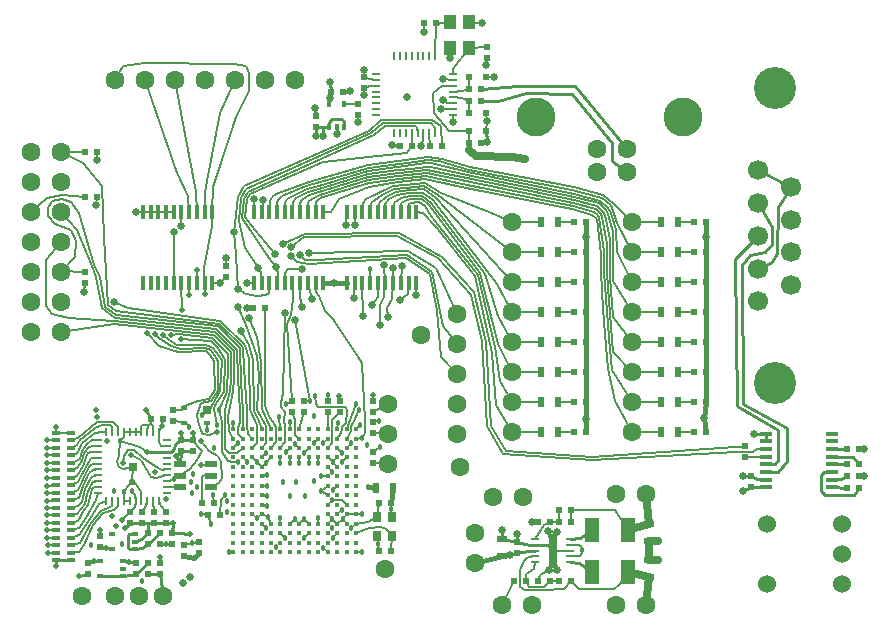
<source format=gtl>
G04 (created by PCBNEW-RS274X (2010-03-14)-final) date Mon 05 Jul 2010 03:41:04 PM EDT*
G01*
G70*
G90*
%MOIN*%
G04 Gerber Fmt 3.4, Leading zero omitted, Abs format*
%FSLAX34Y34*%
G04 APERTURE LIST*
%ADD10C,0.001000*%
%ADD11R,0.023600X0.019700*%
%ADD12R,0.019700X0.023600*%
%ADD13R,0.035400X0.023600*%
%ADD14R,0.023600X0.035400*%
%ADD15R,0.049200X0.082700*%
%ADD16C,0.063000*%
%ADD17R,0.031500X0.035400*%
%ADD18C,0.140000*%
%ADD19C,0.066900*%
%ADD20C,0.129900*%
%ADD21C,0.060000*%
%ADD22C,0.016000*%
%ADD23R,0.043300X0.047200*%
%ADD24R,0.030000X0.014500*%
%ADD25R,0.031500X0.010200*%
%ADD26R,0.029500X0.118100*%
%ADD27R,0.009800X0.025600*%
%ADD28R,0.025600X0.009800*%
%ADD29R,0.031500X0.031500*%
%ADD30R,0.023600X0.016500*%
%ADD31R,0.027600X0.031500*%
%ADD32R,0.023600X0.015700*%
%ADD33R,0.015700X0.023600*%
%ADD34R,0.019700X0.019700*%
%ADD35R,0.042000X0.023600*%
%ADD36R,0.027600X0.009800*%
%ADD37R,0.009800X0.027600*%
%ADD38R,0.039400X0.013800*%
%ADD39R,0.013800X0.051200*%
%ADD40C,0.019000*%
%ADD41C,0.025000*%
%ADD42C,0.018000*%
%ADD43C,0.005000*%
%ADD44C,0.010000*%
%ADD45C,0.015000*%
%ADD46C,0.025000*%
G04 APERTURE END LIST*
G54D10*
G54D11*
X24500Y-32497D03*
X24500Y-32103D03*
X26100Y-32103D03*
X26100Y-32497D03*
X26500Y-32497D03*
X26500Y-32103D03*
X26900Y-32103D03*
X26900Y-32497D03*
X27300Y-31103D03*
X27300Y-31497D03*
X26900Y-31497D03*
X26900Y-31103D03*
X26500Y-31103D03*
X26500Y-31497D03*
X24900Y-31203D03*
X24900Y-31597D03*
X27600Y-28397D03*
X27600Y-28003D03*
X25900Y-30797D03*
X25900Y-30403D03*
G54D12*
X26603Y-27300D03*
X26997Y-27300D03*
G54D11*
X26700Y-30403D03*
X26700Y-30797D03*
X27100Y-30403D03*
X27100Y-30797D03*
X26300Y-30403D03*
X26300Y-30797D03*
G54D12*
X28303Y-30100D03*
X28697Y-30100D03*
G54D11*
X28000Y-28003D03*
X28000Y-28397D03*
G54D12*
X34203Y-31700D03*
X34597Y-31700D03*
X34597Y-30100D03*
X34203Y-30100D03*
G54D11*
X27350Y-27003D03*
X27350Y-27397D03*
G54D12*
X24797Y-19900D03*
X24403Y-19900D03*
X24403Y-18400D03*
X24797Y-18400D03*
G54D11*
X24400Y-22403D03*
X24400Y-22797D03*
G54D12*
X40203Y-32700D03*
X40597Y-32700D03*
X39503Y-32700D03*
X39897Y-32700D03*
X40597Y-30750D03*
X40203Y-30750D03*
X39897Y-30750D03*
X39503Y-30750D03*
X40203Y-30350D03*
X40597Y-30350D03*
G54D11*
X38800Y-31797D03*
X38800Y-31403D03*
X27700Y-31897D03*
X27700Y-31503D03*
X28200Y-31797D03*
X28200Y-31403D03*
X33700Y-16297D03*
X33700Y-15903D03*
G54D12*
X37203Y-16700D03*
X37597Y-16700D03*
X37203Y-16300D03*
X37597Y-16300D03*
X37203Y-18100D03*
X37597Y-18100D03*
X35903Y-18200D03*
X36297Y-18200D03*
X35297Y-18200D03*
X34903Y-18200D03*
G54D11*
X37800Y-15297D03*
X37800Y-14903D03*
G54D12*
X35703Y-14100D03*
X36097Y-14100D03*
X41097Y-20750D03*
X40703Y-20750D03*
X41097Y-21750D03*
X40703Y-21750D03*
X41097Y-22750D03*
X40703Y-22750D03*
X41097Y-23750D03*
X40703Y-23750D03*
X50197Y-29200D03*
X49803Y-29200D03*
X49803Y-28300D03*
X50197Y-28300D03*
G54D11*
X46600Y-29597D03*
X46600Y-29203D03*
G54D12*
X50197Y-29600D03*
X49803Y-29600D03*
X50197Y-28800D03*
X49803Y-28800D03*
X38703Y-32700D03*
X39097Y-32700D03*
X41097Y-24750D03*
X40703Y-24750D03*
X41097Y-25750D03*
X40703Y-25750D03*
X41097Y-26750D03*
X40703Y-26750D03*
X41097Y-27750D03*
X40703Y-27750D03*
G54D11*
X33500Y-16803D03*
X33500Y-17197D03*
G54D12*
X32603Y-16400D03*
X32997Y-16400D03*
G54D11*
X32900Y-26703D03*
X32900Y-27097D03*
X31300Y-26703D03*
X31300Y-27097D03*
X31700Y-26703D03*
X31700Y-27097D03*
X32500Y-26703D03*
X32500Y-27097D03*
X29100Y-22203D03*
X29100Y-22597D03*
G54D12*
X45097Y-27750D03*
X44703Y-27750D03*
X45097Y-26750D03*
X44703Y-26750D03*
X45097Y-25750D03*
X44703Y-25750D03*
X45097Y-24750D03*
X44703Y-24750D03*
X45097Y-23750D03*
X44703Y-23750D03*
X45097Y-22750D03*
X44703Y-22750D03*
X45097Y-21750D03*
X44703Y-21750D03*
X45097Y-20750D03*
X44703Y-20750D03*
G54D11*
X34000Y-27097D03*
X34000Y-26703D03*
X34000Y-27797D03*
X34000Y-27403D03*
X34000Y-28797D03*
X34000Y-28403D03*
G54D13*
X43200Y-31395D03*
X43200Y-30805D03*
X43200Y-32005D03*
X43200Y-32595D03*
X38300Y-31305D03*
X38300Y-31895D03*
G54D14*
X34105Y-29600D03*
X34695Y-29600D03*
X39605Y-20750D03*
X40195Y-20750D03*
X39605Y-21750D03*
X40195Y-21750D03*
X39605Y-22750D03*
X40195Y-22750D03*
X39605Y-23750D03*
X40195Y-23750D03*
X39605Y-24750D03*
X40195Y-24750D03*
X39605Y-25750D03*
X40195Y-25750D03*
X39605Y-26750D03*
X40195Y-26750D03*
X39605Y-27750D03*
X40195Y-27750D03*
X43605Y-27750D03*
X44195Y-27750D03*
X43605Y-26750D03*
X44195Y-26750D03*
X43605Y-25750D03*
X44195Y-25750D03*
X43605Y-24750D03*
X44195Y-24750D03*
X43605Y-23750D03*
X44195Y-23750D03*
X43605Y-22750D03*
X44195Y-22750D03*
X43605Y-21750D03*
X44195Y-21750D03*
X43605Y-20750D03*
X44195Y-20750D03*
G54D15*
X41300Y-31000D03*
X42500Y-31000D03*
X41300Y-32400D03*
X42500Y-32400D03*
G54D16*
X37400Y-31100D03*
X37400Y-32100D03*
X42100Y-29800D03*
X43100Y-29800D03*
X42100Y-33500D03*
X43100Y-33500D03*
X39000Y-29900D03*
X38000Y-29900D03*
X39300Y-33500D03*
X38300Y-33500D03*
X22600Y-18400D03*
X23600Y-18400D03*
X22600Y-19400D03*
X23600Y-19400D03*
X22600Y-20400D03*
X23600Y-20400D03*
X22600Y-21400D03*
X23600Y-21400D03*
X22600Y-22400D03*
X23600Y-22400D03*
X22600Y-23400D03*
X23600Y-23400D03*
X22600Y-24400D03*
X23600Y-24400D03*
G54D17*
X34646Y-31225D03*
X34646Y-30575D03*
X34154Y-30575D03*
X34154Y-31225D03*
G54D18*
X47400Y-26120D03*
G54D19*
X46841Y-23394D03*
X46841Y-22303D03*
X46841Y-21213D03*
X46841Y-20122D03*
X46841Y-19031D03*
X47959Y-22848D03*
X47959Y-21758D03*
X47959Y-20667D03*
X47959Y-19577D03*
G54D18*
X47400Y-16281D03*
G54D20*
X44341Y-17240D03*
X39459Y-17240D03*
G54D16*
X42463Y-18307D03*
X42463Y-19094D03*
X41479Y-19094D03*
X41479Y-18307D03*
G54D21*
X49650Y-32800D03*
X49650Y-31800D03*
X49650Y-30800D03*
X47150Y-30800D03*
X47150Y-32800D03*
G54D22*
X33447Y-27653D03*
X33447Y-27968D03*
X33447Y-28283D03*
X33447Y-28598D03*
X33447Y-28913D03*
X33447Y-29228D03*
X33447Y-29543D03*
X33447Y-29858D03*
X33447Y-30173D03*
X33447Y-30488D03*
X33447Y-30803D03*
X33447Y-31118D03*
X33447Y-31433D03*
X33447Y-31747D03*
X33132Y-27653D03*
X33132Y-27968D03*
X33132Y-28283D03*
X33132Y-28598D03*
X33132Y-28913D03*
X33132Y-29228D03*
X33132Y-29543D03*
X33132Y-29858D03*
X33132Y-30173D03*
X33132Y-30488D03*
X33132Y-30803D03*
X33132Y-31118D03*
X33132Y-31433D03*
X33132Y-31747D03*
X32817Y-27653D03*
X32817Y-27968D03*
X32817Y-28283D03*
X32817Y-28598D03*
X32817Y-28913D03*
X32817Y-29228D03*
X32817Y-29543D03*
X32817Y-29858D03*
X32817Y-30173D03*
X32817Y-30488D03*
X32817Y-30803D03*
X32817Y-31118D03*
X32817Y-31433D03*
X32817Y-31747D03*
X32502Y-27653D03*
X32502Y-27968D03*
X32502Y-28283D03*
X32502Y-28598D03*
X32502Y-28913D03*
X32502Y-29228D03*
X32502Y-29543D03*
X32502Y-29858D03*
X32502Y-30173D03*
X32502Y-30488D03*
X32502Y-30803D03*
X32502Y-31118D03*
X32502Y-31433D03*
X32502Y-31747D03*
X32187Y-27653D03*
X32187Y-27968D03*
X32187Y-28283D03*
X32187Y-28598D03*
X32187Y-30803D03*
X32187Y-31118D03*
X32187Y-31433D03*
X32187Y-31747D03*
X31872Y-27653D03*
X31872Y-27968D03*
X31872Y-28283D03*
X31872Y-28598D03*
X31872Y-30803D03*
X31872Y-31118D03*
X31872Y-31433D03*
X31872Y-31747D03*
X31557Y-27653D03*
X31557Y-27968D03*
X31557Y-28283D03*
X31557Y-28598D03*
X31557Y-30803D03*
X31557Y-31118D03*
X31557Y-31433D03*
X31557Y-31747D03*
X31242Y-27653D03*
X31242Y-27968D03*
X31242Y-28283D03*
X31242Y-28598D03*
X31242Y-30803D03*
X31242Y-31118D03*
X31242Y-31433D03*
X31242Y-31747D03*
X30927Y-27653D03*
X30927Y-27968D03*
X30927Y-28283D03*
X30927Y-28598D03*
X30927Y-30803D03*
X30927Y-31118D03*
X30927Y-31433D03*
X30927Y-31747D03*
X30612Y-27653D03*
X30612Y-27968D03*
X30612Y-28283D03*
X30612Y-28598D03*
X30612Y-30803D03*
X30612Y-31118D03*
X30612Y-31433D03*
X30612Y-31747D03*
X30297Y-27653D03*
X30297Y-27968D03*
X30297Y-28283D03*
X30297Y-28598D03*
X30297Y-28913D03*
X30297Y-29228D03*
X30297Y-29543D03*
X30297Y-29858D03*
X30297Y-30173D03*
X30297Y-30488D03*
X30297Y-30803D03*
X30297Y-31118D03*
X30297Y-31433D03*
X30297Y-31747D03*
X29982Y-27653D03*
X29982Y-27968D03*
X29982Y-28283D03*
X29982Y-28598D03*
X29982Y-28913D03*
X29982Y-29228D03*
X29982Y-29543D03*
X29982Y-29858D03*
X29982Y-30173D03*
X29982Y-30488D03*
X29982Y-30803D03*
X29982Y-31118D03*
X29982Y-31433D03*
X29982Y-31747D03*
X29667Y-27653D03*
X29667Y-27968D03*
X29667Y-28283D03*
X29667Y-28598D03*
X29667Y-28913D03*
X29667Y-29228D03*
X29667Y-29543D03*
X29667Y-29858D03*
X29667Y-30173D03*
X29667Y-30488D03*
X29667Y-30803D03*
X29667Y-31118D03*
X29667Y-31433D03*
X29667Y-31747D03*
X29353Y-27653D03*
X29353Y-27968D03*
X29353Y-28283D03*
X29353Y-28598D03*
X29353Y-28913D03*
X29353Y-29228D03*
X29353Y-29543D03*
X29353Y-29858D03*
X29353Y-30173D03*
X29353Y-30488D03*
X29353Y-30803D03*
X29353Y-31118D03*
X29353Y-31433D03*
X29353Y-31747D03*
G54D23*
X37215Y-14933D03*
X37215Y-14067D03*
X36585Y-14067D03*
X36585Y-14933D03*
G54D24*
X23450Y-27775D03*
X23450Y-28025D03*
X23450Y-28275D03*
X23450Y-28525D03*
X23450Y-28775D03*
X23450Y-29025D03*
X23450Y-29275D03*
X23450Y-29525D03*
X23450Y-29775D03*
X23450Y-30025D03*
X23450Y-30275D03*
X23450Y-30525D03*
X23450Y-30775D03*
X23450Y-31025D03*
X23450Y-31275D03*
X23450Y-31525D03*
X23450Y-31775D03*
X23450Y-32025D03*
X23950Y-27775D03*
X23950Y-28025D03*
X23950Y-28275D03*
X23950Y-28525D03*
X23950Y-28775D03*
X23950Y-29025D03*
X23950Y-29275D03*
X23950Y-29525D03*
X23950Y-29775D03*
X23950Y-30025D03*
X23950Y-30275D03*
X23950Y-30525D03*
X23950Y-30775D03*
X23950Y-31025D03*
X23950Y-31275D03*
X23950Y-31525D03*
X23950Y-31775D03*
X23950Y-32025D03*
G54D25*
X39409Y-31306D03*
X39409Y-31503D03*
X39409Y-31700D03*
X39409Y-31897D03*
X39409Y-32094D03*
X40591Y-32094D03*
X40591Y-31897D03*
X40591Y-31700D03*
X40591Y-31503D03*
X40591Y-31306D03*
G54D26*
X40000Y-31700D03*
G54D27*
X25114Y-30052D03*
X25311Y-30052D03*
X25508Y-30052D03*
X25705Y-30052D03*
X25902Y-30052D03*
X26098Y-30052D03*
X26295Y-30052D03*
X26492Y-30052D03*
X26689Y-30052D03*
X26886Y-30052D03*
X26886Y-27748D03*
X26689Y-27748D03*
X26492Y-27748D03*
X26295Y-27748D03*
X26098Y-27748D03*
X25902Y-27748D03*
X25705Y-27748D03*
X25508Y-27748D03*
X25311Y-27748D03*
X25114Y-27748D03*
G54D28*
X27152Y-29786D03*
X27152Y-29589D03*
X27152Y-29392D03*
X27152Y-29195D03*
X27152Y-28998D03*
X27152Y-28802D03*
X27152Y-28605D03*
X27152Y-28408D03*
X27152Y-28211D03*
X27152Y-28014D03*
X24848Y-28014D03*
X24848Y-28211D03*
X24848Y-28408D03*
X24848Y-28605D03*
X24848Y-28802D03*
X24848Y-28998D03*
X24848Y-29195D03*
X24848Y-29392D03*
X24848Y-29589D03*
X24848Y-29786D03*
G54D29*
X26000Y-28900D03*
G54D30*
X28484Y-27464D03*
G54D31*
X28484Y-27011D03*
G54D30*
X27696Y-26952D03*
X27696Y-27464D03*
G54D32*
X25674Y-32556D03*
X25674Y-32300D03*
X25674Y-32044D03*
X24926Y-32044D03*
X24926Y-32556D03*
X26074Y-31656D03*
X26074Y-31400D03*
X26074Y-31144D03*
X25326Y-31144D03*
X25326Y-31656D03*
G54D33*
X32544Y-17574D03*
X32800Y-17574D03*
X33056Y-17574D03*
X33056Y-16826D03*
X32544Y-16826D03*
G54D34*
X37785Y-17700D03*
X37215Y-17700D03*
X37785Y-17100D03*
X37215Y-17100D03*
X37785Y-15900D03*
X37215Y-15900D03*
G54D35*
X27588Y-28826D03*
X27588Y-29200D03*
X27588Y-29574D03*
X28612Y-29574D03*
X28612Y-29200D03*
X28612Y-28826D03*
G54D16*
X38650Y-22750D03*
X38650Y-21750D03*
X38650Y-20750D03*
X38650Y-23750D03*
X38650Y-24750D03*
X38650Y-25750D03*
X38650Y-26750D03*
X38650Y-27750D03*
X42650Y-20750D03*
X42650Y-21750D03*
X42650Y-22750D03*
X42650Y-23750D03*
X42650Y-24750D03*
X42650Y-25750D03*
X42650Y-26750D03*
X42650Y-27750D03*
X26200Y-33200D03*
X36800Y-26800D03*
X36800Y-27800D03*
X25400Y-33200D03*
X24300Y-33200D03*
X35600Y-24500D03*
X34500Y-26800D03*
X34500Y-27800D03*
X34500Y-28800D03*
X36800Y-25800D03*
X36800Y-24800D03*
X36800Y-23800D03*
G54D36*
X34120Y-16402D03*
X34120Y-16598D03*
X34120Y-16795D03*
X34120Y-16992D03*
X34120Y-17189D03*
X36680Y-17189D03*
X36679Y-16992D03*
X36679Y-16795D03*
X36679Y-16598D03*
X36679Y-16402D03*
X36679Y-16205D03*
X36679Y-16008D03*
X36679Y-15811D03*
G54D37*
X34711Y-17780D03*
X34908Y-17780D03*
X35105Y-17780D03*
X35302Y-17780D03*
X35498Y-17780D03*
X35695Y-17780D03*
X35892Y-17780D03*
X36089Y-17780D03*
X36089Y-15220D03*
X35892Y-15220D03*
X35695Y-15220D03*
X35498Y-15220D03*
X35302Y-15220D03*
X35105Y-15220D03*
X34908Y-15220D03*
X34711Y-15220D03*
G54D36*
X34120Y-15811D03*
X34120Y-16008D03*
X34120Y-16205D03*
G54D38*
X49302Y-28828D03*
X49302Y-28572D03*
X49302Y-28316D03*
X49302Y-28060D03*
X49302Y-27804D03*
X47098Y-27804D03*
X47098Y-28060D03*
X47098Y-28316D03*
X47098Y-28572D03*
X47098Y-28828D03*
X47098Y-29084D03*
X47098Y-29340D03*
X47098Y-29596D03*
X49302Y-29084D03*
X49302Y-29340D03*
X49302Y-29596D03*
G54D39*
X28652Y-20431D03*
X28396Y-20431D03*
X28140Y-20431D03*
X27884Y-20431D03*
X27628Y-20431D03*
X27372Y-20431D03*
X27116Y-20431D03*
X26860Y-20431D03*
X26604Y-20431D03*
X26348Y-20431D03*
X26348Y-22769D03*
X26604Y-22769D03*
X26860Y-22769D03*
X27116Y-22769D03*
X27372Y-22769D03*
X27628Y-22769D03*
X27884Y-22769D03*
X28140Y-22769D03*
X28396Y-22769D03*
X28652Y-22769D03*
X33148Y-22769D03*
X33404Y-22769D03*
X33660Y-22769D03*
X33916Y-22769D03*
X34172Y-22769D03*
X34428Y-22769D03*
X34684Y-22769D03*
X34940Y-22769D03*
X35196Y-22769D03*
X35452Y-22769D03*
X35452Y-20431D03*
X35196Y-20431D03*
X34940Y-20431D03*
X34684Y-20431D03*
X34428Y-20431D03*
X34172Y-20431D03*
X33916Y-20431D03*
X33660Y-20431D03*
X33404Y-20431D03*
X33148Y-20431D03*
X30048Y-22769D03*
X30304Y-22769D03*
X30560Y-22769D03*
X30816Y-22769D03*
X31072Y-22769D03*
X31328Y-22769D03*
X31584Y-22769D03*
X31840Y-22769D03*
X32096Y-22769D03*
X32352Y-22769D03*
X32352Y-20431D03*
X32096Y-20431D03*
X31840Y-20431D03*
X31584Y-20431D03*
X31328Y-20431D03*
X31072Y-20431D03*
X30816Y-20431D03*
X30560Y-20431D03*
X30304Y-20431D03*
X30048Y-20431D03*
G54D16*
X27000Y-33200D03*
X36900Y-28900D03*
X34400Y-32300D03*
G54D11*
X46400Y-28597D03*
X46400Y-28203D03*
G54D12*
X30003Y-23600D03*
X30397Y-23600D03*
G54D16*
X31400Y-16000D03*
X30400Y-16000D03*
X29400Y-16000D03*
X28400Y-16000D03*
X27400Y-16000D03*
X26400Y-16000D03*
X25400Y-16000D03*
G54D11*
X32100Y-17597D03*
X32100Y-17203D03*
G54D12*
X28897Y-30500D03*
X28503Y-30500D03*
G54D40*
X26996Y-24500D03*
G54D41*
X30753Y-21818D03*
X34384Y-22193D03*
X31264Y-21887D03*
X29893Y-23958D03*
G54D42*
X28708Y-28272D03*
X31406Y-28135D03*
X28695Y-29852D03*
X31723Y-28436D03*
G54D41*
X31982Y-23322D03*
G54D42*
X31232Y-27399D03*
X34258Y-28232D03*
X29511Y-28753D03*
X28882Y-27013D03*
X32038Y-28116D03*
G54D40*
X27281Y-24529D03*
G54D41*
X29509Y-22980D03*
X27619Y-20867D03*
X29385Y-21086D03*
G54D40*
X25436Y-30893D03*
X32894Y-26535D03*
X28803Y-27761D03*
X26744Y-24471D03*
X27881Y-23193D03*
G54D41*
X30184Y-22283D03*
G54D42*
X27930Y-29407D03*
X32346Y-28121D03*
G54D41*
X33395Y-23296D03*
G54D42*
X28151Y-29573D03*
X32862Y-27443D03*
G54D41*
X33680Y-23894D03*
G54D42*
X32074Y-26535D03*
X33916Y-22312D03*
G54D40*
X28140Y-22334D03*
G54D42*
X29151Y-30049D03*
X32967Y-28432D03*
G54D41*
X33986Y-23506D03*
G54D42*
X33440Y-26819D03*
G54D41*
X36284Y-16994D03*
X34240Y-24172D03*
G54D42*
X33559Y-27016D03*
G54D41*
X36664Y-17414D03*
X34516Y-23908D03*
X34672Y-22293D03*
G54D42*
X33283Y-28128D03*
G54D41*
X35609Y-18212D03*
X34969Y-22208D03*
G54D40*
X25958Y-28519D03*
G54D42*
X32984Y-28742D03*
G54D41*
X34906Y-23338D03*
G54D42*
X28309Y-27192D03*
X32963Y-30347D03*
G54D41*
X31070Y-23777D03*
X31872Y-21787D03*
G54D40*
X28272Y-28842D03*
G54D42*
X31109Y-26810D03*
G54D41*
X29622Y-24379D03*
X31576Y-21839D03*
X29519Y-23592D03*
X31009Y-21487D03*
G54D42*
X32521Y-26524D03*
X25653Y-31497D03*
X28800Y-27526D03*
G54D41*
X30776Y-22247D03*
G54D40*
X27596Y-24659D03*
X27644Y-23693D03*
G54D42*
X29077Y-29833D03*
G54D41*
X25395Y-23400D03*
G54D42*
X31106Y-28415D03*
X32046Y-27215D03*
G54D40*
X34002Y-26525D03*
G54D42*
X30864Y-27253D03*
X34224Y-27380D03*
G54D40*
X23164Y-31767D03*
X23139Y-29536D03*
X23148Y-29271D03*
X23150Y-29028D03*
X23148Y-28782D03*
X23147Y-28528D03*
X23145Y-28273D03*
X23144Y-28028D03*
X23163Y-31520D03*
X23162Y-31273D03*
X23160Y-31023D03*
X23159Y-30774D03*
X23158Y-30527D03*
X23156Y-30274D03*
X23155Y-30033D03*
X23146Y-29778D03*
X28279Y-28063D03*
G54D42*
X31914Y-26702D03*
G54D41*
X31421Y-24001D03*
X31661Y-22331D03*
G54D40*
X26732Y-29094D03*
X27434Y-28535D03*
X25112Y-31630D03*
X25638Y-30669D03*
X24798Y-27255D03*
X26970Y-27536D03*
X24726Y-32043D03*
G54D42*
X25983Y-29718D03*
G54D40*
X25676Y-28792D03*
G54D42*
X33645Y-27960D03*
G54D40*
X27109Y-29981D03*
X25984Y-29393D03*
X27996Y-27791D03*
X27602Y-27775D03*
X26490Y-28412D03*
X25151Y-28035D03*
X26430Y-27005D03*
X24776Y-26999D03*
X27331Y-30795D03*
X25322Y-30548D03*
X25759Y-30940D03*
X24900Y-31001D03*
X24228Y-32543D03*
X23455Y-32226D03*
X25893Y-32074D03*
X26902Y-31906D03*
X27898Y-31138D03*
G54D42*
X29153Y-30407D03*
X28031Y-31951D03*
X30132Y-30603D03*
X30497Y-30589D03*
X31398Y-30643D03*
X31722Y-30643D03*
X32658Y-30661D03*
X33002Y-30661D03*
X33662Y-30482D03*
X32292Y-29713D03*
X32673Y-28738D03*
X31893Y-28774D03*
X31247Y-28777D03*
X30449Y-28784D03*
X30135Y-28753D03*
X30477Y-29190D03*
X30469Y-29869D03*
X33649Y-31748D03*
X28464Y-27673D03*
X33796Y-28185D03*
X29211Y-31750D03*
X30772Y-31591D03*
X31747Y-29896D03*
X31254Y-29897D03*
X31003Y-29409D03*
X31429Y-29399D03*
X32655Y-30944D03*
G54D41*
X46702Y-27821D03*
X46340Y-29209D03*
X38039Y-15901D03*
X37799Y-17387D03*
X35709Y-14405D03*
X36587Y-15278D03*
X37639Y-14125D03*
X37794Y-15502D03*
X33706Y-16504D03*
X33506Y-17408D03*
X32088Y-16950D03*
X32799Y-17812D03*
X33245Y-16394D03*
X36353Y-16676D03*
X35147Y-16586D03*
G54D42*
X34616Y-30305D03*
X34175Y-31487D03*
G54D41*
X40152Y-32338D03*
X40148Y-31065D03*
X39866Y-32338D03*
X39862Y-31061D03*
X39300Y-30748D03*
X38798Y-31139D03*
X38305Y-31021D03*
X43517Y-31396D03*
X43517Y-32005D03*
X43200Y-31694D03*
X41097Y-27300D03*
X41097Y-21243D03*
X45097Y-21236D03*
X45030Y-27269D03*
G54D40*
X23452Y-27567D03*
G54D41*
X26108Y-20429D03*
X29100Y-21958D03*
X29804Y-22793D03*
X30346Y-20000D03*
X33426Y-20849D03*
X32723Y-22769D03*
G54D42*
X34653Y-29889D03*
X28601Y-30818D03*
X28273Y-30495D03*
X27987Y-29778D03*
X25393Y-29721D03*
G54D41*
X24395Y-23098D03*
X27903Y-32565D03*
X27688Y-32797D03*
X37821Y-18097D03*
X34633Y-18197D03*
X50391Y-29199D03*
X50389Y-28299D03*
G54D42*
X25704Y-29752D03*
X25582Y-28052D03*
X27392Y-29320D03*
G54D41*
X35450Y-23197D03*
X46345Y-29719D03*
X32574Y-16611D03*
X36355Y-15998D03*
X32571Y-16080D03*
X39074Y-18642D03*
X38632Y-18582D03*
G54D42*
X27965Y-31450D03*
G54D41*
X29815Y-23599D03*
X31293Y-21586D03*
G54D42*
X32357Y-31606D03*
X40986Y-31697D03*
G54D41*
X38585Y-31844D03*
X27384Y-21075D03*
G54D40*
X26487Y-24442D03*
X28409Y-23149D03*
G54D42*
X33291Y-30955D03*
X30476Y-30200D03*
X30926Y-30616D03*
X32182Y-30609D03*
X32294Y-29227D03*
X32187Y-28780D03*
X30445Y-28448D03*
X32043Y-29393D03*
G54D40*
X27098Y-31497D03*
G54D42*
X26303Y-32717D03*
X24598Y-31518D03*
X27885Y-27566D03*
X28005Y-29155D03*
X30452Y-30954D03*
X31080Y-31272D03*
X31712Y-31274D03*
X32667Y-31269D03*
X32661Y-30018D03*
X32668Y-29695D03*
X32662Y-29071D03*
X31556Y-28783D03*
X30924Y-28773D03*
X30480Y-29533D03*
X29823Y-28758D03*
X29508Y-28125D03*
X33586Y-27517D03*
X29356Y-27455D03*
G54D41*
X33702Y-15695D03*
X28908Y-22772D03*
X28908Y-22772D03*
X30040Y-19996D03*
X33123Y-20849D03*
G54D42*
X33859Y-29595D03*
X24797Y-18698D03*
G54D41*
X24790Y-20195D03*
X24797Y-18698D03*
X31636Y-23574D03*
X32099Y-17870D03*
X32354Y-17865D03*
G54D43*
X35297Y-18173D02*
X35135Y-18438D01*
X35135Y-18438D02*
X34188Y-18538D01*
X34188Y-18538D02*
X32347Y-18756D01*
X32347Y-18756D02*
X29913Y-19825D01*
X29803Y-19992D02*
X29758Y-20577D01*
X29758Y-20577D02*
X29956Y-20836D01*
X30753Y-21818D02*
X29956Y-20836D01*
X29913Y-19825D02*
X29803Y-19992D01*
X28533Y-27041D02*
X28927Y-26397D01*
X28927Y-26397D02*
X28977Y-25362D01*
X28977Y-25362D02*
X28687Y-24935D01*
X27712Y-24858D02*
X27485Y-24843D01*
X27485Y-24843D02*
X27199Y-24693D01*
X26996Y-24500D02*
X27199Y-24693D01*
X28687Y-24935D02*
X28436Y-24834D01*
X28436Y-24834D02*
X27712Y-24858D01*
X30612Y-27653D02*
X30452Y-27284D01*
X30452Y-27284D02*
X30322Y-26986D01*
X30322Y-26986D02*
X30287Y-25429D01*
X36800Y-25800D02*
X36285Y-25245D01*
X36285Y-25245D02*
X36146Y-23714D01*
X36146Y-23714D02*
X35897Y-22493D01*
X35897Y-22493D02*
X35121Y-21956D01*
X35121Y-21956D02*
X31876Y-22134D01*
X31876Y-22134D02*
X31484Y-22092D01*
X31264Y-21887D02*
X31484Y-22092D01*
X30287Y-25429D02*
X30143Y-24585D01*
X30143Y-24585D02*
X29893Y-23958D01*
X31406Y-28135D02*
X31557Y-28283D01*
X28695Y-29852D02*
X28697Y-30100D01*
X31723Y-28436D02*
X31872Y-28283D01*
X31982Y-23322D02*
X31839Y-22769D01*
X31232Y-27399D02*
X31242Y-27653D01*
X34258Y-28232D02*
X34000Y-28403D01*
X29511Y-28753D02*
X29361Y-28758D01*
X29361Y-28758D02*
X29163Y-28718D01*
X29163Y-28718D02*
X28976Y-28419D01*
X28976Y-28419D02*
X28980Y-27420D01*
X28882Y-27013D02*
X28980Y-27420D01*
X32187Y-27968D02*
X32038Y-28116D01*
X36297Y-18200D02*
X36293Y-17552D01*
X36293Y-17552D02*
X35979Y-17348D01*
X35979Y-17348D02*
X34282Y-17361D01*
X34282Y-17361D02*
X33880Y-17723D01*
X29721Y-19559D02*
X33880Y-17723D01*
X29500Y-19902D02*
X29385Y-21086D01*
X29385Y-21086D02*
X29459Y-21856D01*
X29459Y-21856D02*
X29509Y-22980D01*
X30553Y-23110D02*
X30560Y-22769D01*
X29778Y-23139D02*
X29509Y-22980D01*
X30141Y-23217D02*
X29778Y-23139D01*
X30141Y-23217D02*
X30455Y-23198D01*
X30455Y-23198D02*
X30553Y-23110D01*
X28882Y-27013D02*
X29136Y-26410D01*
X29136Y-26410D02*
X29176Y-25591D01*
X29176Y-25591D02*
X29165Y-25150D01*
X29165Y-25150D02*
X28649Y-24610D01*
X28649Y-24610D02*
X27538Y-24485D01*
X27281Y-24529D02*
X27538Y-24485D01*
X27628Y-20431D02*
X27619Y-20867D01*
X29721Y-19559D02*
X29500Y-19902D01*
X36092Y-17621D02*
X36089Y-17780D01*
X35937Y-17461D02*
X36092Y-17621D01*
X34337Y-17462D02*
X35937Y-17461D01*
X34337Y-17462D02*
X33961Y-17797D01*
X29782Y-19649D02*
X33961Y-17797D01*
X29598Y-19935D02*
X29540Y-20718D01*
X29540Y-20718D02*
X29729Y-21616D01*
X29729Y-21616D02*
X30038Y-22043D01*
X30273Y-22430D02*
X30304Y-22769D01*
X32894Y-26535D02*
X32900Y-26703D01*
X28803Y-27761D02*
X28532Y-27844D01*
X28532Y-27844D02*
X28359Y-27831D01*
X28359Y-27831D02*
X28267Y-27722D01*
X28267Y-27722D02*
X28174Y-27393D01*
X28174Y-27393D02*
X28138Y-27188D01*
X28138Y-27188D02*
X28291Y-26792D01*
X28291Y-26792D02*
X28612Y-26726D01*
X28830Y-26369D02*
X28861Y-25397D01*
X28861Y-25397D02*
X28619Y-25019D01*
X28422Y-24953D02*
X27620Y-24974D01*
X27620Y-24974D02*
X27272Y-24892D01*
X27272Y-24892D02*
X26870Y-24621D01*
X26744Y-24471D02*
X26870Y-24621D01*
X27884Y-22769D02*
X27881Y-23193D01*
X30273Y-22430D02*
X30184Y-22283D01*
X30038Y-22043D02*
X30184Y-22283D01*
X29782Y-19649D02*
X29598Y-19935D01*
X28612Y-26726D02*
X28830Y-26369D01*
X28619Y-25019D02*
X28422Y-24953D01*
X32502Y-27968D02*
X32346Y-28121D01*
X33404Y-22769D02*
X33395Y-23296D01*
X32862Y-27443D02*
X32817Y-27653D01*
X33660Y-22769D02*
X33680Y-23894D01*
X32817Y-27968D02*
X32961Y-27795D01*
X32961Y-27795D02*
X32977Y-27642D01*
X32977Y-27642D02*
X32979Y-27587D01*
X32979Y-27587D02*
X33124Y-27439D01*
X33124Y-27439D02*
X33142Y-27060D01*
X33142Y-27060D02*
X33098Y-26927D01*
X33098Y-26927D02*
X32965Y-26910D01*
X32965Y-26910D02*
X32379Y-26907D01*
X32379Y-26907D02*
X32185Y-26910D01*
X32185Y-26910D02*
X32096Y-26801D01*
X32074Y-26535D02*
X32096Y-26801D01*
X33916Y-22769D02*
X33916Y-22312D01*
X28140Y-22769D02*
X28140Y-22334D01*
X28140Y-22334D02*
X28141Y-22333D01*
X32817Y-28283D02*
X32967Y-28432D01*
X34172Y-22769D02*
X34167Y-23241D01*
X34167Y-23241D02*
X33986Y-23506D01*
X33132Y-27653D02*
X33227Y-27458D01*
X33440Y-26819D02*
X33227Y-27458D01*
X34240Y-24172D02*
X34252Y-23504D01*
X34252Y-23504D02*
X34388Y-23238D01*
X34388Y-23238D02*
X34428Y-22769D01*
X34428Y-22769D02*
X34383Y-22177D01*
X36679Y-16992D02*
X36284Y-16994D01*
X33132Y-27968D02*
X33290Y-27709D01*
X33290Y-27709D02*
X33295Y-27549D01*
X33295Y-27549D02*
X33343Y-27449D01*
X33559Y-27016D02*
X33343Y-27449D01*
X34684Y-22769D02*
X34661Y-23318D01*
X34661Y-23318D02*
X34494Y-23611D01*
X34494Y-23611D02*
X34514Y-23907D01*
X34672Y-22293D02*
X34682Y-22805D01*
X36680Y-17189D02*
X36664Y-17414D01*
X33132Y-28283D02*
X33281Y-28126D01*
X35695Y-17780D02*
X35688Y-18031D01*
X35688Y-18031D02*
X35609Y-18212D01*
X34940Y-22769D02*
X34969Y-22208D01*
X27152Y-29195D02*
X26765Y-29274D01*
X26765Y-29274D02*
X26597Y-29242D01*
X26597Y-29242D02*
X26411Y-28903D01*
X26411Y-28903D02*
X26276Y-28684D01*
X26276Y-28684D02*
X25958Y-28519D01*
X33132Y-28598D02*
X32981Y-28739D01*
X35196Y-22769D02*
X35181Y-23147D01*
X34906Y-23338D02*
X35181Y-23147D01*
X28309Y-27192D02*
X28584Y-27011D01*
X32817Y-30488D02*
X32963Y-30347D01*
X35302Y-17780D02*
X35297Y-18200D01*
X30927Y-28283D02*
X31084Y-28093D01*
X31084Y-28093D02*
X31083Y-27579D01*
X31083Y-27579D02*
X31060Y-27351D01*
X31060Y-27351D02*
X31089Y-27088D01*
X31089Y-27088D02*
X30947Y-26903D01*
X30947Y-26903D02*
X30942Y-26776D01*
X30942Y-26776D02*
X31013Y-26449D01*
X31070Y-23777D02*
X31013Y-26449D01*
X31872Y-21787D02*
X35164Y-21726D01*
X35164Y-21726D02*
X36101Y-22290D01*
X36101Y-22290D02*
X36800Y-23800D01*
X28612Y-28826D02*
X28272Y-28842D01*
X31109Y-26810D02*
X31300Y-26703D01*
X31300Y-26703D02*
X31158Y-24153D01*
X31158Y-24153D02*
X31267Y-23850D01*
X31356Y-23304D02*
X31339Y-23147D01*
X31339Y-23147D02*
X31328Y-22769D01*
X31267Y-23850D02*
X31356Y-23304D01*
X30182Y-27325D02*
X30297Y-27653D01*
X30182Y-27325D02*
X30033Y-27032D01*
X30025Y-25364D02*
X30033Y-27032D01*
X29622Y-24379D02*
X29864Y-24844D01*
X31576Y-21839D02*
X31740Y-22012D01*
X32108Y-22020D02*
X35150Y-21854D01*
X35150Y-21854D02*
X35983Y-22408D01*
X35983Y-22408D02*
X36351Y-24221D01*
X36351Y-24221D02*
X36800Y-24800D01*
X31740Y-22012D02*
X32108Y-22020D01*
X29864Y-24844D02*
X30025Y-25364D01*
X30297Y-28283D02*
X30447Y-28124D01*
X30447Y-28124D02*
X30454Y-27936D01*
X30454Y-27936D02*
X30454Y-27545D01*
X30454Y-27545D02*
X30134Y-27005D01*
X30134Y-27005D02*
X30198Y-25895D01*
X30198Y-25895D02*
X30152Y-25206D01*
X30152Y-25206D02*
X29778Y-24184D01*
X29778Y-24184D02*
X29519Y-23592D01*
X31009Y-21487D02*
X31730Y-21140D01*
X31730Y-21140D02*
X34869Y-21123D01*
X34869Y-21123D02*
X36313Y-21903D01*
X36313Y-21903D02*
X37379Y-23073D01*
X37379Y-23073D02*
X37773Y-24736D01*
X37773Y-24736D02*
X37929Y-27555D01*
X37929Y-27555D02*
X38447Y-28377D01*
X38447Y-28377D02*
X41321Y-28565D01*
X41321Y-28565D02*
X46067Y-28247D01*
X46067Y-28247D02*
X46356Y-28247D01*
X46356Y-28247D02*
X46400Y-28203D01*
X32521Y-26524D02*
X32500Y-26703D01*
X28800Y-27526D02*
X28708Y-26979D01*
X28708Y-26979D02*
X28762Y-26857D01*
X30816Y-22769D02*
X30830Y-22458D01*
X30776Y-22247D02*
X30552Y-21934D01*
X29651Y-20626D02*
X29858Y-20902D01*
X29651Y-20626D02*
X29696Y-19968D01*
X29696Y-19968D02*
X29839Y-19747D01*
X34058Y-17864D02*
X34409Y-17563D01*
X34409Y-17563D02*
X35435Y-17562D01*
X35435Y-17562D02*
X35494Y-17618D01*
X35494Y-17618D02*
X35498Y-17780D01*
X29034Y-26404D02*
X29074Y-25333D01*
X29074Y-25333D02*
X28836Y-24954D01*
X28836Y-24954D02*
X28611Y-24713D01*
X27596Y-24659D02*
X28611Y-24713D01*
X27644Y-23693D02*
X27628Y-22769D01*
X30776Y-22247D02*
X30830Y-22458D01*
X30552Y-21934D02*
X29858Y-20902D01*
X29839Y-19747D02*
X34058Y-17864D01*
X28762Y-26857D02*
X29034Y-26404D01*
X28897Y-30500D02*
X28953Y-30030D01*
X28953Y-30030D02*
X29077Y-29833D01*
X29353Y-27968D02*
X29196Y-27701D01*
X29196Y-27701D02*
X29187Y-27253D01*
X29342Y-26394D02*
X29395Y-25977D01*
X29386Y-25053D02*
X28742Y-24416D01*
X25389Y-24052D02*
X23893Y-23944D01*
X23893Y-23944D02*
X23314Y-23824D01*
X23314Y-23824D02*
X23102Y-23534D01*
X23102Y-23534D02*
X23107Y-22010D01*
X23107Y-22010D02*
X23600Y-21400D01*
X29342Y-26394D02*
X29187Y-27253D01*
X29395Y-25977D02*
X29386Y-25053D01*
X28742Y-24416D02*
X25389Y-24052D01*
X29982Y-28283D02*
X30138Y-28116D01*
X30138Y-28116D02*
X30137Y-27505D01*
X30137Y-27505D02*
X29925Y-27028D01*
X29925Y-27028D02*
X29865Y-25323D01*
X29754Y-24839D02*
X29865Y-25323D01*
X29754Y-24839D02*
X28928Y-24041D01*
X28928Y-24041D02*
X25859Y-23608D01*
X25395Y-23400D02*
X25859Y-23608D01*
X29667Y-28283D02*
X29487Y-28441D01*
X29487Y-28441D02*
X29217Y-28437D01*
X29077Y-28306D02*
X29217Y-28437D01*
X29077Y-28306D02*
X29089Y-27358D01*
X29089Y-27358D02*
X29063Y-27023D01*
X29290Y-25095D02*
X29288Y-25968D01*
X29290Y-25095D02*
X28699Y-24508D01*
X25388Y-24160D02*
X23600Y-24400D01*
X29242Y-26385D02*
X29063Y-27023D01*
X28699Y-24508D02*
X25388Y-24160D01*
X29288Y-25968D02*
X29242Y-26385D01*
X31242Y-28283D02*
X31106Y-28415D01*
X34002Y-26525D02*
X34000Y-26703D01*
X29667Y-27968D02*
X29524Y-27823D01*
X29524Y-27823D02*
X29512Y-27665D01*
X29512Y-27665D02*
X29509Y-27629D01*
X29509Y-27629D02*
X29529Y-27524D01*
X29529Y-27524D02*
X29563Y-27399D01*
X29563Y-27399D02*
X29582Y-27061D01*
X29498Y-25936D02*
X29582Y-27061D01*
X29498Y-25936D02*
X29483Y-25003D01*
X29483Y-25003D02*
X28785Y-24321D01*
X24978Y-23612D02*
X25424Y-23951D01*
X24776Y-22573D02*
X24634Y-22208D01*
X24634Y-22208D02*
X24140Y-21025D01*
X24140Y-21025D02*
X23600Y-20400D01*
X24978Y-23612D02*
X24776Y-22573D01*
X28785Y-24321D02*
X25424Y-23951D01*
X30927Y-27653D02*
X30864Y-27253D01*
X34000Y-27403D02*
X34224Y-27380D01*
X30612Y-28283D02*
X30771Y-28097D01*
X30771Y-28097D02*
X30767Y-27579D01*
X30767Y-27579D02*
X30533Y-27223D01*
X30533Y-27223D02*
X30423Y-26871D01*
X30423Y-26871D02*
X30397Y-23600D01*
X29982Y-27968D02*
X29829Y-27814D01*
X29829Y-27814D02*
X29819Y-27564D01*
X29819Y-27564D02*
X29822Y-27044D01*
X29822Y-27044D02*
X29698Y-25612D01*
X28879Y-24132D02*
X25437Y-23710D01*
X25183Y-23506D02*
X25437Y-23710D01*
X25042Y-21232D02*
X24984Y-19559D01*
X24984Y-19559D02*
X24338Y-18786D01*
X24338Y-18786D02*
X23600Y-18400D01*
X29698Y-25612D02*
X29672Y-24912D01*
X25183Y-23506D02*
X25042Y-21232D01*
X24403Y-18400D02*
X23600Y-18400D01*
X29672Y-24912D02*
X28879Y-24132D01*
X29667Y-27653D02*
X29678Y-27047D01*
X29678Y-27047D02*
X29614Y-26097D01*
X29614Y-26097D02*
X29578Y-24957D01*
X28830Y-24227D02*
X25444Y-23835D01*
X25089Y-23572D02*
X25444Y-23835D01*
X24728Y-22166D02*
X24228Y-20460D01*
X24228Y-20460D02*
X23955Y-20087D01*
X23648Y-19972D02*
X23297Y-20046D01*
X23297Y-20046D02*
X23182Y-20267D01*
X23195Y-20557D02*
X23403Y-20831D01*
X23403Y-20831D02*
X23931Y-21023D01*
X23931Y-21023D02*
X24104Y-21389D01*
X24104Y-21389D02*
X24084Y-21928D01*
X24084Y-21928D02*
X23600Y-22400D01*
X23182Y-20267D02*
X23195Y-20557D01*
X23955Y-20087D02*
X23648Y-19972D01*
X23621Y-22380D02*
X24400Y-22403D01*
X24917Y-22590D02*
X24728Y-22166D01*
X25089Y-23572D02*
X24917Y-22590D01*
X29578Y-24957D02*
X28830Y-24227D01*
X23450Y-31775D02*
X23164Y-31767D01*
X23139Y-29536D02*
X23450Y-29525D01*
X23148Y-29271D02*
X23450Y-29275D01*
X23450Y-29025D02*
X23150Y-29028D01*
X23450Y-28775D02*
X23148Y-28782D01*
X23450Y-28525D02*
X23147Y-28528D01*
X23450Y-28275D02*
X23145Y-28273D01*
X23450Y-28025D02*
X23144Y-28028D01*
X23950Y-28025D02*
X24169Y-27939D01*
X24799Y-27425D02*
X24169Y-27939D01*
X25342Y-27425D02*
X24799Y-27425D01*
X25342Y-27425D02*
X25511Y-27584D01*
X25511Y-27584D02*
X25508Y-27748D01*
X24132Y-28198D02*
X23950Y-28275D01*
X24132Y-28198D02*
X24217Y-28061D01*
X25253Y-27527D02*
X25314Y-27581D01*
X25314Y-27581D02*
X25311Y-27748D01*
X24217Y-28061D02*
X24736Y-27619D01*
X24736Y-27619D02*
X24993Y-27527D01*
X24993Y-27527D02*
X25253Y-27527D01*
X23950Y-28525D02*
X24112Y-28473D01*
X24166Y-28422D02*
X24112Y-28473D01*
X24166Y-28422D02*
X24300Y-28124D01*
X24300Y-28124D02*
X24737Y-27782D01*
X24737Y-27782D02*
X24984Y-27763D01*
X24984Y-27763D02*
X25114Y-27748D01*
X23450Y-31525D02*
X23163Y-31520D01*
X23950Y-28775D02*
X24121Y-28723D01*
X24302Y-28396D02*
X24484Y-28141D01*
X24484Y-28141D02*
X24640Y-28013D01*
X24231Y-28640D02*
X24121Y-28723D01*
X24231Y-28640D02*
X24302Y-28396D01*
X24640Y-28013D02*
X24848Y-28014D01*
X23950Y-29025D02*
X24130Y-28964D01*
X24130Y-28964D02*
X24317Y-28711D01*
X24317Y-28711D02*
X24390Y-28453D01*
X24390Y-28453D02*
X24541Y-28235D01*
X24541Y-28235D02*
X24675Y-28215D01*
X24675Y-28215D02*
X24848Y-28211D01*
X23950Y-29275D02*
X24160Y-29208D01*
X24160Y-29208D02*
X24345Y-28876D01*
X24345Y-28876D02*
X24422Y-28726D01*
X24490Y-28490D02*
X24422Y-28726D01*
X24490Y-28490D02*
X24581Y-28408D01*
X24581Y-28408D02*
X24848Y-28408D01*
X24669Y-28605D02*
X24609Y-28623D01*
X24609Y-28623D02*
X24564Y-28686D01*
X24564Y-28686D02*
X24268Y-29228D01*
X24268Y-29228D02*
X24192Y-29430D01*
X24192Y-29430D02*
X23950Y-29525D01*
X24669Y-28605D02*
X24848Y-28605D01*
X24183Y-29696D02*
X23950Y-29775D01*
X24183Y-29696D02*
X24277Y-29495D01*
X24277Y-29495D02*
X24379Y-29236D01*
X24558Y-28907D02*
X24379Y-29236D01*
X24657Y-28816D02*
X24558Y-28907D01*
X24657Y-28816D02*
X24848Y-28802D01*
X23950Y-30025D02*
X24206Y-29941D01*
X24206Y-29941D02*
X24359Y-29557D01*
X24359Y-29557D02*
X24558Y-29117D01*
X24558Y-29117D02*
X24669Y-29012D01*
X24669Y-29012D02*
X24848Y-28998D01*
X23950Y-30275D02*
X24192Y-30213D01*
X24192Y-30213D02*
X24308Y-30065D01*
X24308Y-30065D02*
X24425Y-29663D01*
X24425Y-29663D02*
X24598Y-29274D01*
X24598Y-29274D02*
X24688Y-29202D01*
X24688Y-29202D02*
X24848Y-29195D01*
X24603Y-29512D02*
X24487Y-29818D01*
X24487Y-29818D02*
X24402Y-30145D01*
X24402Y-30145D02*
X24143Y-30474D01*
X24143Y-30474D02*
X23950Y-30525D01*
X24603Y-29512D02*
X24688Y-29410D01*
X24688Y-29410D02*
X24848Y-29392D01*
X24658Y-29662D02*
X24501Y-30183D01*
X24501Y-30183D02*
X24389Y-30347D01*
X24389Y-30347D02*
X24195Y-30701D01*
X24195Y-30701D02*
X23950Y-30775D01*
X24658Y-29662D02*
X24709Y-29598D01*
X24709Y-29598D02*
X24848Y-29589D01*
X23950Y-31025D02*
X24205Y-30950D01*
X24205Y-30950D02*
X24441Y-30607D01*
X24441Y-30607D02*
X24767Y-30011D01*
X24767Y-30011D02*
X24848Y-29786D01*
X23450Y-31275D02*
X23162Y-31273D01*
X23950Y-31275D02*
X24214Y-31191D01*
X24214Y-31191D02*
X24574Y-30658D01*
X24574Y-30658D02*
X24892Y-30133D01*
X24892Y-30133D02*
X25114Y-30052D01*
X23950Y-31525D02*
X24248Y-31441D01*
X24248Y-31441D02*
X24616Y-30776D01*
X24616Y-30776D02*
X24949Y-30371D01*
X24949Y-30371D02*
X25182Y-30297D01*
X25182Y-30297D02*
X25301Y-30215D01*
X25301Y-30215D02*
X25311Y-30052D01*
X23950Y-31775D02*
X24225Y-31734D01*
X24225Y-31734D02*
X24387Y-31521D01*
X24387Y-31521D02*
X24687Y-30856D01*
X24687Y-30856D02*
X25008Y-30458D01*
X25008Y-30458D02*
X25392Y-30335D01*
X25392Y-30335D02*
X25497Y-30212D01*
X25497Y-30212D02*
X25508Y-30052D01*
X23450Y-31025D02*
X23160Y-31023D01*
X23450Y-30775D02*
X23159Y-30774D01*
X23450Y-30525D02*
X23158Y-30527D01*
X23450Y-30275D02*
X23156Y-30274D01*
X23450Y-30025D02*
X23155Y-30033D01*
X23146Y-29778D02*
X23450Y-29775D01*
X28612Y-29574D02*
X28879Y-29447D01*
X28879Y-29447D02*
X28967Y-29270D01*
X28967Y-29270D02*
X28937Y-28750D01*
X28937Y-28750D02*
X28834Y-28539D01*
X28279Y-28063D02*
X28547Y-28370D01*
X31700Y-26703D02*
X31914Y-26702D01*
X31421Y-24001D02*
X31914Y-26702D01*
X31072Y-22769D02*
X31076Y-22449D01*
X31076Y-22449D02*
X31192Y-22328D01*
X31661Y-22331D02*
X31192Y-22328D01*
X28547Y-28370D02*
X28834Y-28539D01*
G54D44*
X27588Y-28826D02*
X27600Y-28397D01*
X28000Y-28397D02*
X27600Y-28397D01*
X27600Y-28397D02*
X27434Y-28535D01*
X27434Y-28535D02*
X27588Y-28826D01*
X25326Y-31656D02*
X25112Y-31630D01*
X25112Y-31630D02*
X24900Y-31597D01*
G54D43*
X25900Y-30403D02*
X26090Y-30259D01*
X26090Y-30259D02*
X26098Y-30052D01*
X25638Y-30669D02*
X25900Y-30403D01*
X26886Y-27748D02*
X26970Y-27536D01*
X26997Y-27300D02*
X26970Y-27536D01*
G54D44*
X24726Y-32043D02*
X24926Y-32044D01*
X24726Y-32043D02*
X24500Y-32103D01*
G54D43*
X26886Y-27748D02*
X26883Y-28088D01*
X26883Y-28088D02*
X26957Y-28202D01*
X26957Y-28202D02*
X27152Y-28211D01*
X26097Y-30078D02*
X26094Y-29840D01*
X26094Y-29840D02*
X25983Y-29718D01*
X25676Y-28792D02*
X25704Y-28548D01*
X25704Y-28548D02*
X25841Y-28346D01*
X25841Y-28346D02*
X26046Y-28350D01*
X26046Y-28350D02*
X26344Y-28610D01*
X26344Y-28610D02*
X26835Y-28934D01*
X26835Y-28934D02*
X26963Y-29001D01*
X26963Y-29001D02*
X27152Y-28998D01*
X33447Y-27968D02*
X33645Y-27960D01*
X33645Y-27960D02*
X33733Y-27780D01*
X33733Y-27780D02*
X33760Y-27396D01*
X33760Y-27396D02*
X33633Y-25443D01*
X33633Y-25443D02*
X32686Y-23978D01*
X32686Y-23978D02*
X32421Y-23707D01*
X32421Y-23707D02*
X32225Y-23224D01*
X32115Y-23085D02*
X32096Y-22769D01*
X32225Y-23224D02*
X32115Y-23085D01*
X27588Y-29200D02*
X27355Y-29348D01*
G54D44*
X27600Y-28003D02*
X28000Y-28003D01*
X27996Y-27791D02*
X28000Y-28003D01*
X27152Y-28408D02*
X27283Y-28410D01*
X27283Y-28410D02*
X27367Y-28325D01*
X27367Y-28325D02*
X27415Y-28161D01*
X27415Y-28161D02*
X27600Y-28003D01*
X27600Y-28003D02*
X27602Y-27775D01*
X27152Y-28408D02*
X26490Y-28412D01*
X26603Y-27300D02*
X26430Y-27005D01*
G54D43*
X26689Y-27748D02*
X26690Y-27541D01*
X26690Y-27541D02*
X26609Y-27491D01*
X26609Y-27491D02*
X26603Y-27300D01*
X26492Y-27748D02*
X26498Y-27510D01*
X26498Y-27510D02*
X26609Y-27491D01*
X26295Y-27748D02*
X26284Y-27564D01*
X26284Y-27564D02*
X26349Y-27508D01*
X26349Y-27508D02*
X26498Y-27510D01*
G54D44*
X27100Y-30797D02*
X26700Y-30797D01*
X26700Y-30797D02*
X26502Y-30798D01*
X26300Y-30797D02*
X25900Y-30797D01*
X27100Y-30797D02*
X27331Y-30795D01*
X25900Y-30797D02*
X25759Y-30940D01*
X26074Y-31400D02*
X26284Y-31320D01*
X26284Y-31320D02*
X26500Y-31103D01*
X27300Y-31103D02*
X27331Y-30795D01*
X26500Y-31103D02*
X26502Y-30798D01*
X26502Y-30798D02*
X26300Y-30797D01*
X24900Y-31203D02*
X24900Y-31001D01*
X24500Y-32497D02*
X24228Y-32543D01*
X23450Y-32025D02*
X23950Y-32025D01*
X23450Y-32025D02*
X23455Y-32226D01*
X26100Y-32103D02*
X25893Y-32074D01*
X25893Y-32074D02*
X25674Y-32044D01*
X26900Y-32103D02*
X26902Y-31906D01*
X27300Y-31103D02*
X27517Y-31100D01*
X27517Y-31100D02*
X27898Y-31138D01*
G54D45*
X27700Y-31897D02*
X28031Y-31951D01*
X28031Y-31951D02*
X28200Y-31797D01*
G54D43*
X30132Y-30603D02*
X29982Y-30488D01*
X30132Y-30603D02*
X30297Y-30488D01*
X30497Y-30589D02*
X30297Y-30488D01*
X30497Y-30589D02*
X30612Y-30803D01*
X31242Y-30803D02*
X31398Y-30643D01*
X31557Y-30803D02*
X31398Y-30643D01*
X31557Y-30803D02*
X31722Y-30643D01*
X31872Y-30803D02*
X31722Y-30643D01*
X32658Y-30661D02*
X32502Y-30803D01*
X32658Y-30661D02*
X32502Y-30488D01*
X32658Y-30661D02*
X32817Y-30803D01*
X33002Y-30661D02*
X32817Y-30803D01*
X33002Y-30661D02*
X33132Y-30803D01*
X33002Y-30661D02*
X33132Y-30488D01*
X33132Y-30488D02*
X33447Y-30488D01*
X33447Y-30488D02*
X33662Y-30482D01*
X32292Y-29713D02*
X32502Y-29858D01*
X32292Y-29713D02*
X32502Y-29543D01*
X32673Y-28738D02*
X32502Y-28598D01*
X32673Y-28738D02*
X32817Y-28913D01*
X32673Y-28738D02*
X32817Y-28598D01*
X31893Y-28774D02*
X31872Y-28598D01*
X31242Y-28598D02*
X31247Y-28777D01*
X30449Y-28784D02*
X30612Y-28598D01*
X30449Y-28784D02*
X30297Y-28913D01*
X29982Y-28598D02*
X30135Y-28753D01*
X30135Y-28753D02*
X30297Y-28913D01*
X30477Y-29190D02*
X30297Y-29228D01*
X30469Y-29869D02*
X30297Y-29858D01*
X33649Y-31748D02*
X33447Y-31747D01*
X28464Y-27673D02*
X28484Y-27464D01*
G54D44*
X29211Y-31750D02*
X29353Y-31747D01*
G54D43*
X24400Y-22797D02*
X24395Y-23098D01*
G54D44*
X47098Y-28060D02*
X47098Y-27804D01*
X47098Y-27804D02*
X46702Y-27821D01*
X47098Y-29340D02*
X46821Y-29322D01*
X46821Y-29322D02*
X46600Y-29203D01*
X46600Y-29203D02*
X46340Y-29209D01*
G54D43*
X37785Y-15900D02*
X38039Y-15901D01*
X37785Y-17100D02*
X37799Y-17387D01*
X37785Y-17700D02*
X37799Y-17387D01*
X35703Y-14100D02*
X35709Y-14405D01*
X36585Y-14933D02*
X36587Y-15278D01*
X37639Y-14125D02*
X37215Y-14067D01*
X37800Y-15297D02*
X37794Y-15502D01*
X34120Y-16205D02*
X33898Y-16222D01*
X33898Y-16222D02*
X33700Y-16297D01*
X33700Y-16297D02*
X33706Y-16504D01*
X33500Y-17197D02*
X33506Y-17408D01*
G54D44*
X32100Y-17203D02*
X32088Y-16950D01*
X32800Y-17574D02*
X32799Y-17812D01*
X32997Y-16400D02*
X33245Y-16394D01*
G54D43*
X36679Y-16795D02*
X36489Y-16794D01*
X36489Y-16794D02*
X36366Y-16675D01*
X34597Y-30100D02*
X34616Y-30305D01*
X34646Y-30575D02*
X34616Y-30305D01*
X34175Y-31487D02*
X34203Y-31700D01*
X34175Y-31487D02*
X34154Y-31225D01*
G54D44*
X40056Y-32009D02*
X40152Y-32338D01*
X40000Y-31817D02*
X39866Y-32338D01*
X40000Y-31700D02*
X39862Y-31061D01*
X40148Y-31065D02*
X39862Y-31061D01*
X40152Y-32338D02*
X39866Y-32338D01*
G54D43*
X39503Y-32700D02*
X39593Y-32526D01*
X39593Y-32526D02*
X39866Y-32338D01*
X39503Y-30750D02*
X39300Y-30748D01*
G54D44*
X38800Y-31403D02*
X39093Y-31484D01*
X39093Y-31484D02*
X39230Y-31504D01*
X39230Y-31504D02*
X39409Y-31503D01*
X39409Y-31503D02*
X39818Y-31504D01*
X39818Y-31504D02*
X39975Y-31582D01*
X38798Y-31139D02*
X38800Y-31403D01*
X38300Y-31305D02*
X38305Y-31021D01*
X38300Y-31305D02*
X38800Y-31403D01*
G54D46*
X43200Y-31395D02*
X43517Y-31396D01*
X43200Y-32005D02*
X43517Y-32005D01*
X43200Y-31395D02*
X43200Y-31694D01*
X43200Y-31694D02*
X43200Y-32005D01*
G54D45*
X41097Y-27750D02*
X41097Y-27300D01*
X41097Y-26835D02*
X41097Y-25750D01*
X41097Y-25750D02*
X41097Y-24750D01*
X41097Y-24750D02*
X41097Y-23750D01*
X41097Y-23750D02*
X41097Y-22750D01*
X41097Y-22750D02*
X41097Y-21750D01*
X41097Y-21750D02*
X41097Y-21243D01*
X41097Y-27300D02*
X41097Y-26750D01*
X41097Y-21243D02*
X41097Y-20750D01*
X45097Y-20750D02*
X45097Y-21236D01*
X45097Y-21750D02*
X45097Y-22750D01*
X45097Y-22750D02*
X45097Y-23750D01*
X45097Y-23750D02*
X45097Y-24750D01*
X45097Y-24750D02*
X45097Y-25750D01*
X45097Y-25750D02*
X45097Y-26750D01*
X45030Y-27269D02*
X45097Y-26750D01*
X45097Y-21236D02*
X45097Y-21750D01*
X45030Y-27269D02*
X45097Y-27750D01*
G54D43*
X23450Y-27775D02*
X23950Y-27775D01*
X23450Y-27775D02*
X23452Y-27567D01*
X27372Y-20431D02*
X27116Y-20431D01*
X27153Y-20431D02*
X26860Y-20431D01*
X26860Y-20431D02*
X26604Y-20431D01*
X26604Y-20431D02*
X26348Y-20431D01*
X26348Y-20431D02*
X26108Y-20429D01*
X29100Y-22203D02*
X29100Y-21958D01*
X30048Y-22769D02*
X29804Y-22793D01*
X30346Y-20000D02*
X30304Y-20431D01*
X33426Y-20849D02*
X33404Y-20431D01*
G54D45*
X33148Y-22769D02*
X32723Y-22769D01*
X32723Y-22769D02*
X32352Y-22769D01*
G54D43*
X35452Y-22769D02*
X35450Y-23197D01*
G54D45*
X34597Y-30100D02*
X34653Y-29889D01*
X34695Y-29600D02*
X34653Y-29889D01*
G54D43*
X40591Y-31700D02*
X40000Y-31700D01*
G54D44*
X37597Y-18100D02*
X37821Y-18097D01*
X37786Y-17668D02*
X37821Y-18097D01*
X34903Y-18200D02*
X34633Y-18197D01*
X50197Y-29200D02*
X50391Y-29199D01*
X50197Y-28300D02*
X50389Y-28299D01*
G54D43*
X25985Y-29392D02*
X26000Y-28900D01*
X25705Y-30052D02*
X25902Y-30052D01*
X26295Y-30052D02*
X26295Y-29743D01*
X26295Y-29743D02*
X26097Y-29492D01*
X25985Y-29388D02*
X26097Y-29492D01*
X25985Y-29392D02*
X25826Y-29598D01*
X25826Y-29598D02*
X25704Y-29752D01*
X25705Y-30052D02*
X25704Y-29752D01*
X26097Y-29492D02*
X25909Y-29489D01*
X26098Y-27748D02*
X26295Y-27748D01*
X26098Y-27748D02*
X25902Y-27748D01*
X25902Y-27748D02*
X25705Y-27748D01*
X25705Y-27748D02*
X25700Y-27931D01*
X25582Y-28052D02*
X25700Y-27931D01*
X27556Y-29221D02*
X27921Y-28983D01*
X27921Y-28983D02*
X28161Y-28667D01*
X28161Y-28667D02*
X28307Y-28384D01*
X28307Y-28384D02*
X28164Y-28234D01*
X28164Y-28234D02*
X28000Y-28003D01*
X27355Y-29348D02*
X27152Y-29392D01*
X28503Y-30500D02*
X28273Y-30495D01*
X28503Y-30500D02*
X28601Y-30818D01*
X26000Y-28900D02*
X25677Y-28969D01*
X25677Y-28969D02*
X25542Y-28920D01*
X25474Y-28756D02*
X25537Y-28509D01*
X25537Y-28509D02*
X25582Y-28052D01*
X25542Y-28920D02*
X25474Y-28756D01*
X25582Y-28052D02*
X26239Y-28252D01*
X26239Y-28252D02*
X26490Y-28412D01*
G54D44*
X47098Y-29596D02*
X46600Y-29597D01*
X46600Y-29597D02*
X46345Y-29719D01*
X32544Y-16826D02*
X32574Y-16611D01*
X32574Y-16611D02*
X32603Y-16400D01*
G54D43*
X36679Y-16008D02*
X36355Y-15998D01*
G54D44*
X32571Y-16080D02*
X32603Y-16400D01*
X42463Y-19094D02*
X41992Y-18724D01*
X41992Y-18724D02*
X41992Y-18121D01*
X41992Y-18121D02*
X40631Y-16474D01*
X40631Y-16474D02*
X39115Y-16446D01*
X39115Y-16446D02*
X38195Y-16699D01*
X38195Y-16699D02*
X37597Y-16700D01*
X37597Y-16300D02*
X38849Y-16217D01*
X40745Y-16225D02*
X42463Y-18307D01*
X38849Y-16217D02*
X40745Y-16225D01*
G54D43*
X36089Y-15220D02*
X36097Y-14100D01*
X36097Y-14140D02*
X36585Y-14067D01*
X35892Y-17780D02*
X35903Y-18200D01*
X36679Y-16402D02*
X36980Y-16396D01*
X36980Y-16396D02*
X37203Y-16300D01*
X37203Y-16300D02*
X37215Y-15900D01*
X36679Y-15811D02*
X36686Y-15646D01*
X36686Y-15646D02*
X37215Y-14933D01*
X37800Y-14903D02*
X37215Y-14933D01*
X37215Y-17700D02*
X37203Y-18100D01*
X37215Y-17700D02*
X36558Y-17701D01*
X36558Y-17701D02*
X36043Y-17107D01*
X36043Y-17107D02*
X36028Y-16435D01*
X36028Y-16435D02*
X36298Y-16205D01*
X36298Y-16205D02*
X36679Y-16205D01*
G54D46*
X39074Y-18642D02*
X38632Y-18582D01*
X38632Y-18582D02*
X37440Y-18535D01*
X37440Y-18535D02*
X37210Y-18353D01*
G54D45*
X37203Y-18100D02*
X37210Y-18353D01*
G54D43*
X27700Y-31503D02*
X27965Y-31450D01*
X27965Y-31450D02*
X28200Y-31403D01*
G54D44*
X47489Y-21781D02*
X47303Y-22086D01*
X47489Y-21781D02*
X47515Y-20255D01*
X47515Y-20255D02*
X47959Y-19577D01*
X46841Y-19031D02*
X47959Y-19577D01*
X47303Y-22086D02*
X46841Y-22303D01*
X46841Y-21213D02*
X46067Y-21982D01*
X46136Y-26885D02*
X46067Y-21982D01*
X47523Y-27690D02*
X46136Y-26885D01*
X47523Y-27690D02*
X47510Y-28686D01*
X47510Y-28686D02*
X47420Y-28810D01*
X47420Y-28810D02*
X47098Y-28828D01*
X50197Y-29600D02*
X50034Y-29841D01*
X49068Y-29839D02*
X50034Y-29841D01*
X48939Y-29726D02*
X49068Y-29839D01*
X48939Y-29726D02*
X48945Y-29193D01*
X48945Y-29193D02*
X49048Y-29096D01*
X49048Y-29096D02*
X49302Y-29084D01*
X50197Y-28800D02*
X49999Y-28586D01*
X49999Y-28586D02*
X49803Y-28571D01*
X49803Y-28571D02*
X49302Y-28572D01*
G54D43*
X38703Y-32700D02*
X38300Y-33500D01*
X40203Y-32700D02*
X39897Y-32700D01*
X39897Y-32700D02*
X39709Y-32928D01*
X39709Y-32928D02*
X39208Y-32928D01*
X39208Y-32928D02*
X39097Y-32700D01*
X39123Y-32753D02*
X39126Y-32471D01*
X39126Y-32471D02*
X39372Y-32304D01*
X39372Y-32304D02*
X39409Y-32094D01*
X40195Y-24750D02*
X40703Y-24750D01*
X40195Y-25750D02*
X40703Y-25750D01*
X40195Y-20750D02*
X40703Y-20750D01*
X40195Y-21750D02*
X40703Y-21750D01*
X40195Y-22750D02*
X40703Y-22750D01*
X40195Y-23750D02*
X40703Y-23750D01*
X47098Y-28572D02*
X46425Y-28572D01*
X46425Y-28572D02*
X46400Y-28597D01*
X46664Y-28399D02*
X46109Y-28402D01*
X41314Y-28666D02*
X38339Y-28471D01*
X38339Y-28471D02*
X37813Y-27555D01*
X37813Y-27555D02*
X37654Y-24702D01*
X37654Y-24702D02*
X37268Y-23172D01*
X37268Y-23172D02*
X36178Y-21945D01*
X36178Y-21945D02*
X34813Y-21224D01*
X34813Y-21224D02*
X31719Y-21259D01*
X30003Y-23600D02*
X29815Y-23599D01*
X31293Y-21586D02*
X31719Y-21259D01*
X46109Y-28402D02*
X41314Y-28666D01*
X46664Y-28399D02*
X46800Y-28324D01*
X46800Y-28324D02*
X47098Y-28316D01*
G54D44*
X49302Y-28828D02*
X49803Y-28800D01*
X49302Y-29596D02*
X49803Y-29600D01*
X49302Y-29340D02*
X49602Y-29322D01*
X49602Y-29322D02*
X49803Y-29200D01*
X49302Y-28316D02*
X49803Y-28300D01*
G54D43*
X32502Y-28283D02*
X32652Y-28127D01*
X32658Y-28004D02*
X32652Y-28127D01*
X32658Y-28004D02*
X32657Y-27347D01*
X32657Y-27347D02*
X32734Y-27234D01*
X32734Y-27234D02*
X32900Y-27097D01*
X31557Y-27968D02*
X31411Y-27840D01*
X31411Y-27840D02*
X31397Y-27644D01*
X31397Y-27644D02*
X31398Y-27335D01*
X31398Y-27335D02*
X31300Y-27097D01*
X31557Y-27653D02*
X31700Y-27097D01*
X32502Y-27653D02*
X32500Y-27097D01*
X33447Y-31118D02*
X33893Y-30939D01*
X33893Y-30939D02*
X34289Y-30931D01*
X34289Y-30931D02*
X34453Y-30972D01*
X34453Y-30972D02*
X34646Y-31225D01*
X34597Y-31700D02*
X34646Y-31225D01*
X32502Y-31747D02*
X32357Y-31606D01*
X39409Y-31306D02*
X39620Y-31017D01*
X39620Y-31017D02*
X39709Y-30850D01*
X39709Y-30850D02*
X39897Y-30750D01*
X39897Y-30750D02*
X40203Y-30750D01*
X40203Y-30750D02*
X40203Y-30350D01*
X40591Y-31503D02*
X40875Y-31510D01*
X40875Y-31510D02*
X40988Y-31589D01*
X40988Y-31589D02*
X40986Y-31697D01*
X40983Y-31790D02*
X40920Y-31898D01*
X40920Y-31898D02*
X40591Y-31897D01*
X40986Y-31697D02*
X40983Y-31790D01*
G54D44*
X39176Y-31710D02*
X38800Y-31797D01*
X39176Y-31710D02*
X39409Y-31700D01*
X38585Y-31844D02*
X38300Y-31895D01*
G54D45*
X38300Y-31895D02*
X37400Y-32100D01*
G54D44*
X38585Y-31844D02*
X38800Y-31797D01*
X40591Y-32094D02*
X40885Y-32115D01*
X40885Y-32115D02*
X41300Y-32400D01*
G54D43*
X40597Y-32700D02*
X40387Y-32972D01*
X40387Y-32972D02*
X39719Y-33030D01*
X39719Y-33030D02*
X39082Y-33027D01*
X38915Y-32900D02*
X39082Y-33027D01*
X38915Y-32900D02*
X38908Y-32356D01*
X38908Y-32356D02*
X39058Y-32042D01*
X39058Y-32042D02*
X39178Y-31916D01*
X39178Y-31916D02*
X39409Y-31897D01*
X42500Y-32400D02*
X42224Y-32848D01*
X42224Y-32848D02*
X42053Y-32991D01*
X42053Y-32991D02*
X40890Y-32971D01*
X40890Y-32971D02*
X40597Y-32700D01*
G54D46*
X42500Y-32400D02*
X43200Y-32595D01*
X43200Y-32595D02*
X43100Y-33500D01*
G54D43*
X27606Y-17129D02*
X27400Y-16000D01*
X28140Y-20431D02*
X28107Y-19740D01*
X28107Y-19740D02*
X27606Y-17129D01*
X26400Y-16000D02*
X27494Y-19102D01*
X27884Y-20431D02*
X27846Y-19896D01*
X27494Y-19102D02*
X27846Y-19896D01*
X28470Y-19367D02*
X28928Y-17129D01*
X28928Y-17129D02*
X29400Y-16000D01*
X28396Y-20431D02*
X28425Y-19783D01*
X28425Y-19783D02*
X28470Y-19367D01*
G54D44*
X40591Y-31306D02*
X40909Y-31297D01*
X40909Y-31297D02*
X41300Y-31000D01*
G54D43*
X22600Y-20400D02*
X23141Y-19940D01*
X23141Y-19940D02*
X23661Y-19833D01*
X23661Y-19833D02*
X24403Y-19900D01*
X27372Y-22769D02*
X27384Y-21075D01*
X28539Y-26641D02*
X28186Y-26717D01*
X28847Y-19072D02*
X29437Y-17251D01*
X29437Y-17251D02*
X29864Y-16377D01*
X29864Y-16377D02*
X29894Y-15766D01*
X29894Y-15766D02*
X29792Y-15532D01*
X29792Y-15532D02*
X29365Y-15471D01*
X29365Y-15471D02*
X26416Y-15451D01*
X26416Y-15451D02*
X25684Y-15543D01*
X25684Y-15543D02*
X25400Y-16000D01*
X28539Y-26641D02*
X28734Y-26335D01*
X27519Y-25076D02*
X26894Y-24868D01*
X26487Y-24442D02*
X26894Y-24868D01*
X28652Y-20431D02*
X28686Y-19578D01*
X28686Y-19578D02*
X28847Y-19072D01*
X28409Y-23149D02*
X28396Y-22769D01*
X28396Y-22769D02*
X28382Y-22265D01*
X28382Y-22265D02*
X28650Y-20895D01*
X28650Y-20895D02*
X28652Y-20431D01*
X27350Y-27003D02*
X27645Y-27003D01*
X27645Y-27003D02*
X27652Y-26926D01*
X28734Y-26335D02*
X28706Y-25386D01*
X28706Y-25386D02*
X28584Y-25173D01*
X27519Y-25076D02*
X28446Y-25062D01*
X28186Y-26717D02*
X27652Y-26926D01*
X28584Y-25173D02*
X28446Y-25062D01*
X33447Y-30803D02*
X33839Y-30751D01*
X33839Y-30751D02*
X34154Y-30575D01*
X34154Y-30575D02*
X34203Y-30100D01*
X33447Y-30803D02*
X33290Y-30953D01*
X40597Y-30350D02*
X40597Y-30750D01*
X40597Y-30350D02*
X42080Y-30356D01*
X42080Y-30356D02*
X42500Y-31000D01*
G54D46*
X42500Y-31000D02*
X43200Y-30805D01*
X43200Y-30805D02*
X43100Y-29800D01*
G54D43*
X36679Y-16598D02*
X36995Y-16612D01*
X36995Y-16612D02*
X37203Y-16700D01*
X37203Y-16700D02*
X37215Y-17100D01*
G54D44*
X47322Y-20926D02*
X46841Y-20122D01*
X47320Y-21476D02*
X47322Y-20926D01*
X47320Y-21476D02*
X47065Y-21755D01*
X47065Y-21755D02*
X46574Y-21840D01*
X46311Y-22171D02*
X46574Y-21840D01*
X46343Y-26810D02*
X46311Y-22171D01*
X46343Y-26810D02*
X47819Y-27602D01*
X47819Y-27602D02*
X47803Y-28727D01*
X47803Y-28727D02*
X47503Y-29074D01*
X47503Y-29074D02*
X47098Y-29084D01*
G54D43*
X44195Y-27750D02*
X44703Y-27750D01*
X42650Y-27750D02*
X42069Y-26707D01*
X42069Y-26707D02*
X41856Y-25649D01*
X41856Y-25649D02*
X41789Y-24897D01*
X41789Y-24897D02*
X41695Y-23648D01*
X41695Y-23648D02*
X41599Y-22374D01*
X41599Y-22374D02*
X41602Y-21825D01*
X32352Y-20431D02*
X32604Y-20423D01*
X32604Y-20423D02*
X32887Y-19982D01*
X32887Y-19982D02*
X33876Y-19570D01*
X33876Y-19570D02*
X34860Y-19419D01*
X34860Y-19419D02*
X35759Y-19323D01*
X35759Y-19323D02*
X37113Y-19629D01*
X41602Y-21825D02*
X41464Y-20649D01*
X41464Y-20649D02*
X41325Y-20510D01*
X41325Y-20510D02*
X40659Y-20314D01*
X40659Y-20314D02*
X37113Y-19629D01*
X42650Y-27750D02*
X43605Y-27750D01*
X44195Y-26750D02*
X44703Y-26750D01*
X44195Y-25750D02*
X44703Y-25750D01*
X42650Y-25750D02*
X42008Y-25069D01*
X42008Y-25069D02*
X41909Y-23789D01*
X41911Y-23817D02*
X41807Y-22448D01*
X41807Y-22448D02*
X41802Y-21489D01*
X31840Y-20431D02*
X31845Y-20082D01*
X31845Y-20082D02*
X31975Y-19970D01*
X31975Y-19970D02*
X32242Y-19852D01*
X32242Y-19852D02*
X33861Y-19360D01*
X33861Y-19360D02*
X34861Y-19215D01*
X34861Y-19215D02*
X35803Y-19115D01*
X35803Y-19115D02*
X37126Y-19398D01*
X41802Y-21489D02*
X41656Y-20570D01*
X41656Y-20570D02*
X41599Y-20469D01*
X41599Y-20469D02*
X41442Y-20318D01*
X41442Y-20318D02*
X40690Y-20111D01*
X40690Y-20111D02*
X37126Y-19398D01*
X42650Y-25750D02*
X43605Y-25750D01*
X44195Y-24750D02*
X44703Y-24750D01*
X38650Y-26750D02*
X38234Y-26035D01*
X38075Y-24917D02*
X38234Y-26035D01*
X38075Y-24917D02*
X37498Y-22515D01*
X37498Y-22515D02*
X35960Y-20546D01*
X35960Y-20546D02*
X35735Y-20213D01*
X35561Y-20096D02*
X35735Y-20213D01*
X35561Y-20096D02*
X35247Y-20099D01*
X35247Y-20099D02*
X35198Y-20139D01*
X35198Y-20139D02*
X35196Y-20431D01*
X38650Y-26750D02*
X39605Y-26750D01*
X33056Y-16826D02*
X33500Y-16803D01*
X40195Y-26750D02*
X40703Y-26750D01*
X40195Y-27750D02*
X40703Y-27750D01*
X36124Y-19961D02*
X38650Y-22750D01*
X36124Y-19961D02*
X35700Y-19662D01*
X35700Y-19662D02*
X35196Y-19697D01*
X35196Y-19697D02*
X34775Y-19745D01*
X34775Y-19745D02*
X34452Y-19906D01*
X34452Y-19906D02*
X34204Y-20103D01*
X34204Y-20103D02*
X34172Y-20431D01*
X38650Y-22750D02*
X39605Y-22750D01*
X38650Y-20750D02*
X37875Y-20414D01*
X37875Y-20414D02*
X36263Y-19788D01*
X36263Y-19788D02*
X35736Y-19432D01*
X35736Y-19432D02*
X35094Y-19502D01*
X35094Y-19502D02*
X34665Y-19551D01*
X34665Y-19551D02*
X33790Y-19992D01*
X33790Y-19992D02*
X33680Y-20099D01*
X33680Y-20099D02*
X33660Y-20431D01*
X38650Y-20750D02*
X39605Y-20750D01*
X38650Y-24750D02*
X38181Y-23898D01*
X38181Y-23898D02*
X37739Y-22468D01*
X37739Y-22468D02*
X35952Y-20117D01*
X35952Y-20117D02*
X35653Y-19884D01*
X35653Y-19884D02*
X35241Y-19896D01*
X35241Y-19896D02*
X34959Y-19933D01*
X34959Y-19933D02*
X34717Y-20100D01*
X34717Y-20100D02*
X34684Y-20431D01*
X38650Y-24750D02*
X39605Y-24750D01*
X42650Y-26750D02*
X41967Y-25690D01*
X41967Y-25690D02*
X41898Y-24979D01*
X41901Y-25008D02*
X41801Y-23709D01*
X41801Y-23709D02*
X41704Y-22429D01*
X41704Y-22429D02*
X41702Y-21701D01*
X32096Y-20431D02*
X32098Y-20082D01*
X32098Y-20082D02*
X32251Y-19958D01*
X33877Y-19461D02*
X32251Y-19958D01*
X33877Y-19461D02*
X34877Y-19315D01*
X34877Y-19315D02*
X35793Y-19217D01*
X35793Y-19217D02*
X37142Y-19505D01*
X41702Y-21701D02*
X41561Y-20615D01*
X41561Y-20615D02*
X41500Y-20522D01*
X41500Y-20522D02*
X41369Y-20417D01*
X41369Y-20417D02*
X40665Y-20211D01*
X40665Y-20211D02*
X37142Y-19505D01*
X42650Y-26750D02*
X43605Y-26750D01*
X42650Y-24750D02*
X42018Y-23900D01*
X42018Y-23900D02*
X41917Y-22568D01*
X41917Y-22568D02*
X41901Y-21306D01*
X31584Y-20431D02*
X31586Y-20100D01*
X31586Y-20100D02*
X31657Y-20017D01*
X31657Y-20017D02*
X31891Y-19850D01*
X31891Y-19850D02*
X32218Y-19753D01*
X32218Y-19753D02*
X33853Y-19257D01*
X33853Y-19257D02*
X34874Y-19112D01*
X34874Y-19112D02*
X35825Y-19011D01*
X35825Y-19011D02*
X37139Y-19298D01*
X41901Y-21306D02*
X41750Y-20522D01*
X41750Y-20522D02*
X41675Y-20400D01*
X41675Y-20400D02*
X41493Y-20228D01*
X41493Y-20228D02*
X40699Y-20009D01*
X40699Y-20009D02*
X37139Y-19298D01*
X42650Y-24750D02*
X43605Y-24750D01*
X42650Y-22750D02*
X42140Y-21744D01*
X42140Y-21744D02*
X42096Y-21022D01*
X31072Y-20431D02*
X31080Y-20111D01*
X31080Y-20111D02*
X31145Y-19992D01*
X31145Y-19992D02*
X31338Y-19889D01*
X31338Y-19889D02*
X31826Y-19657D01*
X31826Y-19657D02*
X32223Y-19541D01*
X32223Y-19541D02*
X33850Y-19047D01*
X33850Y-19047D02*
X35780Y-18785D01*
X35780Y-18785D02*
X35937Y-18797D01*
X35937Y-18797D02*
X37168Y-19098D01*
X42096Y-21022D02*
X41938Y-20446D01*
X41938Y-20446D02*
X41842Y-20265D01*
X41842Y-20265D02*
X41584Y-20039D01*
X41584Y-20039D02*
X40720Y-19805D01*
X40720Y-19805D02*
X37168Y-19098D01*
X42650Y-22750D02*
X43605Y-22750D01*
X30560Y-20431D02*
X30565Y-20056D01*
X30565Y-20056D02*
X30629Y-19902D01*
X30629Y-19902D02*
X30779Y-19804D01*
X30779Y-19804D02*
X31865Y-19430D01*
X31865Y-19430D02*
X33858Y-18834D01*
X33858Y-18834D02*
X35830Y-18575D01*
X35830Y-18575D02*
X36299Y-18637D01*
X36299Y-18637D02*
X37251Y-18908D01*
X37251Y-18908D02*
X40721Y-19593D01*
X40721Y-19593D02*
X41681Y-19843D01*
X41681Y-19843D02*
X42031Y-20140D01*
X42031Y-20140D02*
X42650Y-20750D01*
X42650Y-20750D02*
X43605Y-20750D01*
X38650Y-27750D02*
X38116Y-26853D01*
X38116Y-26853D02*
X37992Y-25099D01*
X37992Y-25099D02*
X37398Y-22556D01*
X37398Y-22556D02*
X36147Y-20959D01*
X36147Y-20959D02*
X35679Y-20447D01*
X35679Y-20447D02*
X35452Y-20431D01*
X38650Y-27750D02*
X39605Y-27750D01*
X38650Y-25750D02*
X38186Y-24828D01*
X38186Y-24828D02*
X37586Y-22439D01*
X37586Y-22439D02*
X35874Y-20186D01*
X35874Y-20186D02*
X35629Y-19994D01*
X35629Y-19994D02*
X35232Y-19998D01*
X35232Y-19998D02*
X35089Y-20039D01*
X35089Y-20039D02*
X34950Y-20125D01*
X34950Y-20125D02*
X34940Y-20431D01*
X38650Y-25750D02*
X39605Y-25750D01*
X38139Y-22821D02*
X38650Y-23750D01*
X38139Y-22821D02*
X36017Y-20027D01*
X36017Y-20027D02*
X35666Y-19765D01*
X35666Y-19765D02*
X35200Y-19798D01*
X35200Y-19798D02*
X34803Y-19843D01*
X34803Y-19843D02*
X34542Y-19994D01*
X34542Y-19994D02*
X34421Y-20139D01*
X34421Y-20139D02*
X34428Y-20431D01*
X38650Y-23750D02*
X39605Y-23750D01*
X36173Y-19849D02*
X38650Y-21750D01*
X36173Y-19849D02*
X35724Y-19547D01*
X35724Y-19547D02*
X35110Y-19604D01*
X35110Y-19604D02*
X34718Y-19649D01*
X34718Y-19649D02*
X34322Y-19862D01*
X34322Y-19862D02*
X33950Y-20115D01*
X33950Y-20115D02*
X33916Y-20431D01*
X38650Y-21750D02*
X39605Y-21750D01*
X42650Y-21750D02*
X42133Y-20773D01*
X30816Y-20431D02*
X30813Y-20105D01*
X30813Y-20105D02*
X30858Y-20006D01*
X30858Y-20006D02*
X30980Y-19895D01*
X30980Y-19895D02*
X31793Y-19562D01*
X31793Y-19562D02*
X33071Y-19178D01*
X33071Y-19178D02*
X33863Y-18937D01*
X33863Y-18937D02*
X35660Y-18699D01*
X35660Y-18699D02*
X35821Y-18678D01*
X35821Y-18678D02*
X36207Y-18726D01*
X36207Y-18726D02*
X37203Y-19002D01*
X42133Y-20773D02*
X42025Y-20382D01*
X42025Y-20382D02*
X41932Y-20188D01*
X41932Y-20188D02*
X41629Y-19934D01*
X41629Y-19934D02*
X40632Y-19679D01*
X40632Y-19679D02*
X37203Y-19002D01*
X42650Y-21750D02*
X43605Y-21750D01*
X42650Y-23750D02*
X42028Y-22700D01*
X42028Y-22700D02*
X41998Y-21083D01*
X31328Y-20431D02*
X31332Y-20082D01*
X31332Y-20082D02*
X31443Y-19955D01*
X31443Y-19955D02*
X31850Y-19758D01*
X31850Y-19758D02*
X32204Y-19652D01*
X32204Y-19652D02*
X33847Y-19153D01*
X33847Y-19153D02*
X34854Y-19012D01*
X34854Y-19012D02*
X35265Y-18969D01*
X35265Y-18969D02*
X35821Y-18910D01*
X35821Y-18910D02*
X35952Y-18922D01*
X35952Y-18922D02*
X37143Y-19195D01*
X41998Y-21083D02*
X41846Y-20488D01*
X41846Y-20488D02*
X41767Y-20337D01*
X41767Y-20337D02*
X41534Y-20130D01*
X41534Y-20130D02*
X40710Y-19907D01*
X40710Y-19907D02*
X37143Y-19195D01*
X42650Y-23750D02*
X43605Y-23750D01*
X34000Y-27097D02*
X34500Y-26800D01*
X34500Y-27800D02*
X34000Y-27797D01*
X34000Y-28797D02*
X34500Y-28800D01*
X44195Y-23750D02*
X44703Y-23750D01*
X44195Y-22750D02*
X44703Y-22750D01*
X44195Y-21750D02*
X44703Y-21750D01*
X44195Y-20750D02*
X44703Y-20750D01*
X26689Y-30052D02*
X26700Y-30403D01*
X26886Y-30052D02*
X26956Y-30212D01*
X26956Y-30212D02*
X27100Y-30403D01*
G54D44*
X26500Y-32103D02*
X26100Y-32497D01*
X26100Y-32497D02*
X25674Y-32556D01*
X24926Y-32556D02*
X25674Y-32556D01*
G54D43*
X26492Y-30052D02*
X26457Y-30212D01*
X26457Y-30212D02*
X26300Y-30403D01*
G54D44*
X26500Y-31497D02*
X26900Y-31103D01*
X26500Y-31497D02*
X26298Y-31629D01*
X26298Y-31629D02*
X26074Y-31656D01*
X26074Y-31656D02*
X25916Y-31662D01*
X25916Y-31662D02*
X25847Y-31606D01*
X25847Y-31606D02*
X25846Y-31192D01*
X25846Y-31192D02*
X25895Y-31146D01*
X25895Y-31146D02*
X26074Y-31144D01*
G54D43*
X27152Y-29589D02*
X27588Y-29574D01*
X28612Y-29200D02*
X28378Y-29195D01*
X28378Y-29195D02*
X28328Y-29243D01*
X28328Y-29243D02*
X28324Y-29775D01*
X28324Y-29775D02*
X28303Y-30100D01*
X30476Y-30200D02*
X30297Y-30173D01*
X30927Y-30803D02*
X30926Y-30616D01*
X32187Y-30803D02*
X32182Y-30609D01*
X32502Y-29228D02*
X32294Y-29227D01*
X32187Y-28598D02*
X32187Y-28780D01*
X30445Y-28448D02*
X30297Y-28598D01*
G54D44*
X26900Y-31497D02*
X27098Y-31497D01*
X27098Y-31497D02*
X27300Y-31497D01*
G54D43*
X27400Y-27397D02*
X27796Y-27464D01*
X27796Y-27464D02*
X27885Y-27566D01*
X30297Y-30803D02*
X30452Y-30954D01*
X30927Y-31118D02*
X31080Y-31272D01*
X31872Y-31118D02*
X31710Y-31272D01*
X32817Y-31118D02*
X32672Y-31275D01*
X32502Y-30173D02*
X32661Y-30018D01*
X33132Y-30173D02*
X32976Y-30018D01*
X32976Y-30018D02*
X32661Y-30018D01*
X32668Y-29695D02*
X32817Y-29543D01*
X32662Y-29071D02*
X32502Y-28913D01*
X31557Y-28598D02*
X31556Y-28783D01*
X30927Y-28598D02*
X30924Y-28773D01*
X30480Y-29533D02*
X30297Y-29543D01*
X29823Y-28758D02*
X29667Y-28598D01*
X29353Y-28283D02*
X29505Y-28128D01*
X33447Y-27653D02*
X33586Y-27517D01*
X29356Y-27455D02*
X29353Y-27653D01*
X34120Y-16008D02*
X33881Y-15998D01*
X33881Y-15998D02*
X33700Y-15903D01*
X33702Y-15695D02*
X33700Y-15903D01*
X28652Y-22769D02*
X28908Y-22772D01*
X28908Y-22772D02*
X29100Y-22597D01*
X30048Y-20431D02*
X30040Y-19996D01*
X33123Y-20849D02*
X33148Y-20431D01*
G54D45*
X34105Y-29600D02*
X33859Y-29595D01*
G54D43*
X31584Y-22769D02*
X31581Y-23254D01*
X31581Y-23254D02*
X31636Y-23574D01*
X24797Y-19900D02*
X24790Y-20195D01*
X24797Y-18400D02*
X24797Y-18698D01*
X31636Y-23574D02*
X31678Y-23564D01*
G54D44*
X26900Y-32497D02*
X26500Y-32497D01*
X33056Y-17574D02*
X33044Y-17387D01*
X33044Y-17387D02*
X32946Y-17318D01*
X32946Y-17318D02*
X32636Y-17314D01*
X32636Y-17314D02*
X32550Y-17412D01*
X32550Y-17412D02*
X32544Y-17574D01*
X32544Y-17574D02*
X32355Y-17584D01*
X32100Y-17597D02*
X32099Y-17870D01*
X32355Y-17584D02*
X32100Y-17597D01*
X32355Y-17584D02*
X32354Y-17865D01*
X27000Y-33200D02*
X26900Y-32497D01*
M02*

</source>
